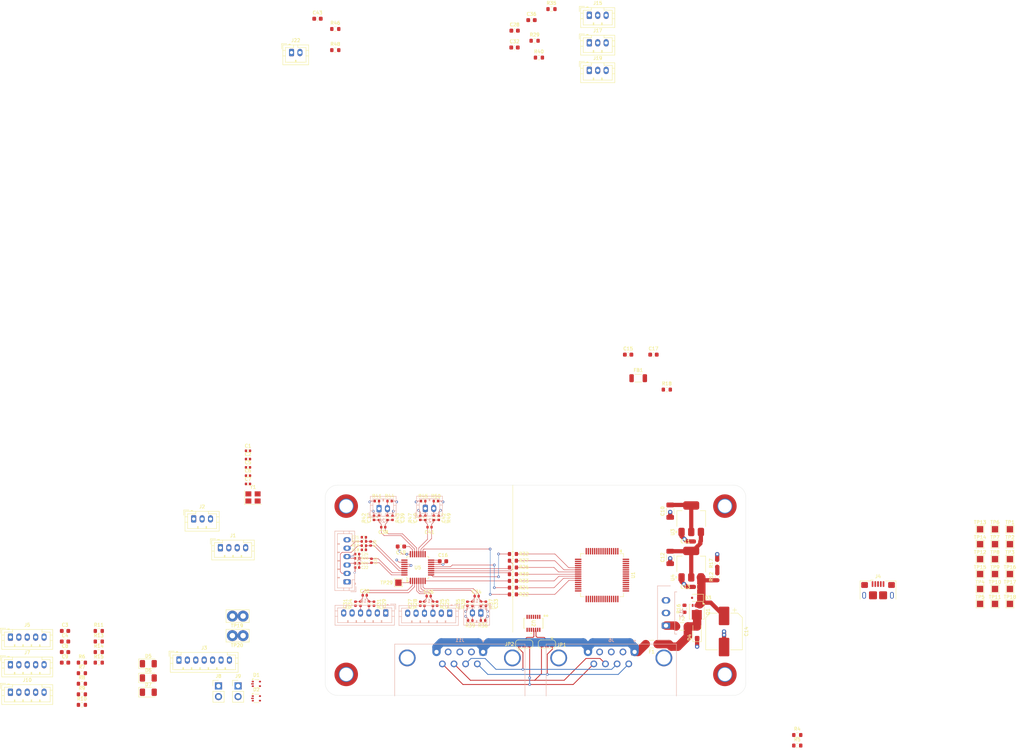
<source format=kicad_pcb>
(kicad_pcb (version 20241229) (generator "pcbnew") (generator_version "9.0")
  (layers (0 "F.Cu" signal) (4 "In1.Cu" signal) (6 "In2.Cu" signal) (2 "B.Cu" signal) (13 "F.Paste" user) (15 "B.Paste" user) (5 "F.SilkS" user "F.Silkscreen") (7 "B.SilkS" user "B.Silkscreen") (1 "F.Mask" user) (3 "B.Mask" user) (25 "Edge.Cuts" user))
  (net 0 "")
  (net 1 "+3V3")
  (net 2 "GND")
  (net 3 "+7V4")
  (net 4 "/CANL1")
  (net 5 "/CANH1")
  (net 6 "/CAN1_AUX")
  (net 7 "/CANL2")
  (net 8 "/CAN2_AUX")
  (net 9 "/LED1")
  (net 10 "/LED2")
  (net 11 "/I2C2_SCL")
  (net 12 "/I2C2_SDA")
  (net 13 "Net-(D6-A)")
  (net 14 "/+7V4_CAN")
  (net 15 "/SWDIO")
  (net 16 "/NRST")
  (net 17 "/SWCLK")
  (net 18 "/E1")
  (net 19 "/E3")
  (net 20 "/E4")
  (net 21 "/E2")
  (net 22 "Net-(D3-A)")
  (net 23 "/UART2_RX")
  (net 24 "/I2C3_SDA")
  (net 25 "/I2C3_SCL")
  (net 26 "/UART2_TX")
  (net 27 "/I2C1_SCL")
  (net 28 "/I2C1_SDA")
  (net 29 "Net-(J9-Pin_2)")
  (net 30 "/A11")
  (net 31 "/USB_D+")
  (net 32 "/USB_D-")
  (net 33 "/CANH2")
  (net 34 "/SPI_MOSI")
  (net 35 "/SPI_MISO")
  (net 36 "/SPI_SCK")
  (net 37 "/CAN1_RX")
  (net 38 "/CAN1_TX")
  (net 39 "/A9")
  (net 40 "/CANH")
  (net 41 "/CANL")
  (net 42 "Net-(U1-PA9{slash}PA11)")
  (net 43 "Net-(U1-PA10{slash}PA12)")
  (net 44 "Net-(U2-STB1)")
  (net 45 "Net-(U2-TXD2)")
  (net 46 "Net-(U2-RXD2)")
  (net 47 "Net-(U2-STB2)")
  (net 48 "/2S+ A10")
  (net 49 "Net-(U1-PF0)")
  (net 50 "Net-(U1-PF1)")
  (net 51 "+5V")
  (net 77 "+5VA")
  (net 78 "Net-(U5-REFP0)")
  (net 79 "Net-(U5-REFOUT)")
  (net 80 "Net-(U5-REFN0)")
  (net 81 "Net-(U5-AIN0)")
  (net 82 "Net-(U5-AIN1)")
  (net 83 "Net-(U5-AIN2)")
  (net 84 "Net-(U5-AIN3)")
  (net 85 "/MIPA_A A1")
  (net 86 "Net-(U5-AIN4)")
  (net 87 "Net-(U5-AIN5)")
  (net 88 "/MIPA_B A2")
  (net 89 "Net-(U5-REFP1_AIN6)")
  (net 90 "Net-(U5-REFN1_AIN7)")
  (net 91 "/MIPA_C A3")
  (net 92 "Net-(U5-GPIO0_AIN8)")
  (net 93 "Net-(U5-GPIO1_AIN9)")
  (net 94 "Net-(U5-GPIO2_AIN10)")
  (net 95 "Net-(U5-GPIO3_AIN11)")
  (net 96 "/CJT A0")
  (net 97 "Net-(D4-A2)")
  (net 98 "Net-(D5-A)")
  (net 99 "Net-(D7-A)")
  (net 100 "Net-(J12-Pin_1)")
  (net 101 "Net-(J8-Pin_2)")
  (net 102 "/Analog Domain/LC_A_SENSE+")
  (net 103 "/Analog Domain/LC_A_SENSE-")
  (net 104 "/Analog Domain/LC_A_SIG-")
  (net 105 "/Analog Domain/LC_A_SIG+")
  (net 106 "/Analog Domain/LC_B_SIG+")
  (net 107 "/Analog Domain/LC_B_SIG-")
  (net 108 "/Analog Domain/LC_B_SENSE+")
  (net 109 "/Analog Domain/LC_B_SENSE-")
  (net 110 "Net-(J15-Pin_2)")
  (net 111 "/Analog Domain/LC_C_SENSE+")
  (net 112 "/Analog Domain/LC_C_SENSE-")
  (net 113 "/Analog Domain/LC_C_SIG-")
  (net 114 "/Analog Domain/LC_C_SIG+")
  (net 115 "Net-(J17-Pin_2)")
  (net 116 "Net-(J18-Pin_2)")
  (net 117 "Net-(J18-Pin_1)")
  (net 118 "Net-(J19-Pin_2)")
  (net 119 "Net-(J20-Pin_2)")
  (net 120 "Net-(J20-Pin_1)")
  (net 121 "Net-(J21-Pin_1)")
  (net 122 "Net-(J21-Pin_2)")
  (net 123 "Net-(J22-Pin_1)")
  (net 124 "/~{ADC_RST}")
  (net 125 "Net-(U5-RESET_N)")
  (net 126 "Net-(U5-DRDY_N)")
  (net 127 "/~{ADC_RDY}")
  (net 128 "Net-(U5-DOUT_DRDY_N)")
  (net 129 "Net-(U5-SCLK)")
  (net 130 "Net-(U5-DIN)")
  (net 131 "Net-(U5-CS_N)")
  (net 132 "/SPI_SD_CS")
  (net 133 "/SYNC")
  (net 134 "Net-(U5-START_SYNC)")
  (net 135 "Net-(U5-AINCOM)")
  (net 143 "Net-(C15-Pad2)")
  (footprint "Capacitor_SMD:C_0402_1005Metric" (layer "F.Cu") (at 71.655 61.85)
    (property "Reference" "C1")
    (property "Value" "100n")
  )
  (footprint "Inductor_SMD:L_1206_3216Metric" (layer "F.Cu") (at 164.4 44.6)
    (property "Reference" "FB1")
    (property "Value" "FerriteBead")
  )
  (footprint "Capacitor_SMD:C_0603_1608Metric" (layer "F.Cu") (at 88.17 -40.84)
    (property "Reference" "C43")
    (property "Value" "100n")
  )
  (footprint "Connector_JST:JST_PH_B3B-PH-K_1x03_P2.00mm_Vertical" (layer "F.Cu") (at 58.745 78.04)
    (property "Reference" "J2")
    (property "Value" "UART JST")
  )
  (footprint "TestPoint:TestPoint_Pad_1.5x1.5mm" (layer "F.Cu") (at 249.2 94.7)
    (property "Reference" "TP10")
    (property "Value" "MISO")
  )
  (footprint "Capacitor_SMD:C_0603_1608Metric" (layer "F.Cu") (at 135 -34)
    (property "Reference" "C32")
    (property "Value" "100n")
  )
  (footprint "Connector_JST:JST_PH_B3B-PH-K_1x03_P2.00mm_Vertical" (layer "F.Cu") (at 152.775 -41.66)
    (property "Reference" "J15")
    (property "Value" "MIPA_A")
  )
  (footprint "Capacitor_SMD:C_0402_1005Metric" (layer "F.Cu") (at 128.2 98.2 -90)
    (property "Reference" "C33")
    (property "Value" "390p")
  )
  (footprint "Capacitor_SMD:C_0402_1005Metric" (layer "F.Cu") (at 101.6 77.8 90)
    (property "Reference" "C37")
    (property "Value" "390p")
  )
  (footprint "MountingHole:MountingHole_3.2mm_M3_DIN965_Pad_TopOnly" (layer "F.Cu") (at 185 115)
    (property "Reference" "H4" (hide yes))
    (property "Value" "~")
  )
  (footprint "Capacitor_SMD:C_0402_1005Metric" (layer "F.Cu") (at 123.8 98.2 90)
    (property "Reference" "C35")
    (property "Value" "390p")
  )
  (footprint "Resistor_SMD:R_0402_1005Metric" (layer "F.Cu") (at 125 98.2 -90)
    (property "Reference" "R38")
    (property "Value" "2K")
  )
  (footprint "Resistor_SMD:R_0402_1005Metric" (layer "F.Cu") (at 124.49 102.2 180)
    (property "Reference" "R39")
    (property "Value" "1M")
  )
  (footprint "Capacitor_SMD:C_0402_1005Metric" (layer "F.Cu") (at 97.2 98.2 90)
    (property "Reference" "C31")
    (property "Value" "390p")
  )
  (footprint "Resistor_SMD:R_0402_1005Metric" (layer "F.Cu") (at 102.29 73.8)
    (property "Reference" "R41")
    (property "Value" "1M")
  )
  (footprint "Connector_PinHeader_2.54mm:PinHeader_1x02_P2.54mm_Vertical" (layer "F.Cu") (at 64.645 117.74)
    (property "Reference" "J8")
    (property "Value" "CAN1_T")
  )
  (footprint "Resistor_SMD:R_0603_1608Metric" (layer "F.Cu") (at 143.785 -43.13)
    (property "Reference" "R35")
    (property "Value" "2K")
  )
  (footprint "Capacitor_SMD:C_0603_1608Metric" (layer "F.Cu") (at 135.025 -38)
    (property "Reference" "C28")
    (property "Value" "100n")
  )
  (footprint "Capacitor_SMD:C_0402_1005Metric" (layer "F.Cu") (at 116.6 98.2 -90)
    (property "Reference" "C25")
    (property "Value" "390p")
  )
  (footprint "Resistor_SMD:R_0603_1608Metric" (layer "F.Cu") (at 36.185 107.18)
    (property "Reference" "R13")
    (property "Value" "549R")
  )
  (footprint "Capacitor_SMD:C_0402_1005Metric" (layer "F.Cu") (at 99.4 96.2 180)
    (property "Reference" "C30")
    (property "Value" "3n9")
  )
  (footprint "Capacitor_SMD:C_0402_1005Metric" (layer "F.Cu") (at 71.655 67.76)
    (property "Reference" "C6")
    (property "Value" "?")
  )
  (footprint "Resistor_SMD:R_0603_1608Metric" (layer "F.Cu") (at 183.2 91.8 90)
    (property "Reference" "R12")
    (property "Value" "14K3")
  )
  (footprint "TestPoint:TestPoint_Pad_1.5x1.5mm" (layer "F.Cu") (at 252.75 91.15)
    (property "Reference" "TP16")
    (property "Value" "7.4V")
  )
  (footprint "Resistor_SMD:R_0603_1608Metric" (layer "F.Cu") (at 139.775 -35.6)
    (property "Reference" "R29")
    (property "Value" "2K")
  )
  (footprint "Capacitor_SMD:C_0603_1608Metric" (layer "F.Cu") (at 162 39)
    (property "Reference" "C15")
    (property "Value" "10u")
  )
  (footprint "Resistor_SMD:R_0603_1608Metric" (layer "F.Cu") (at 140.8 -31.6)
    (property "Reference" "R40")
    (property "Value" "2K")
  )
  (footprint "TestPoint:TestPoint_Pad_1.5x1.5mm" (layer "F.Cu") (at 252.75 84.05)
    (property "Reference" "TP2")
    (property "Value" "ADC_RDY")
  )
  (footprint "TestPoint:TestPoint_Pad_1.5x1.5mm" (layer "F.Cu") (at 252.75 98.25)
    (property "Reference" "TP18")
    (property "Value" "3.3V")
  )
  (footprint "Jumper:SolderJumper-3_P1.3mm_Bridged12_RoundedPad1.0x1.5mm" (layer "F.Cu") (at 137.3 107.8)
    (property "Reference" "JP2")
    (property "Value" "CL SEL")
  )
  (footprint "Resistor_SMD:R_0402_1005Metric" (layer "F.Cu") (at 99.2 84.4 180)
    (property "Reference" "R19")
    (property "Value" "2K")
  )
  (footprint "Resistor_SMD:R_0603_1608Metric" (layer "F.Cu") (at 134.629319 86.380518 180)
    (property "Reference" "R32")
    (property "Value" "47R")
  )
  (footprint "Resistor_SMD:R_0603_1608Metric" (layer "F.Cu") (at 183.175 88.6 90)
    (property "Reference" "R17")
    (property "Value" "9K53")
  )
  (footprint "Resistor_SMD:R_0402_1005Metric" (layer "F.Cu") (at 98.4 98.2 -90)
    (property "Reference" "R34")
    (property "Value" "2K")
  )
  (footprint "Capacitor_SMD:C_0402_1005Metric" (layer "F.Cu") (at 71.655 63.82)
    (property "Reference" "C2")
    (property "Value" "100n")
  )
  (footprint "Resistor_SMD:R_0603_1608Metric" (layer "F.Cu") (at 134.629319 89.580518 180)
    (property "Reference" "R26")
    (property "Value" "47R")
  )
  (footprint "Resistor_SMD:R_0402_1005Metric" (layer "F.Cu") (at 97.6 88.6 180)
    (property "Reference" "R21")
    (property "Value" "2K")
  )
  (footprint "TestPoint:TestPoint_Bridge_Pitch2.54mm_Drill1.3mm" (layer "F.Cu") (at 67.945 101.14)
    (property "Reference" "TP19")
    (property "Value" "GND")
  )
  (footprint "Connector_PinHeader_2.54mm:PinHeader_1x02_P2.54mm_Vertical" (layer "F.Cu") (at 69.295 117.74)
    (property "Reference" "J9")
    (property "Value" "CAN2_T")
  )
  (footprint "Diode_SMD:D_SOD-323F" (layer "F.Cu") (at 178.3 96.8 180)
    (property "Reference" "D3")
    (property "Value" "18V")
  )
  (footprint "TestPoint:TestPoint_Pad_1.5x1.5mm" (layer "F.Cu") (at 249.2 87.6)
    (property "Reference" "TP8")
    (property "Value" "CS")
  )
  (footprint "Capacitor_SMD:C_0402_1005Metric" (layer "F.Cu") (at 99.2 85.4 180)
    (property "Reference" "C18")
    (property "Value" "390p")
  )
  (footprint "Capacitor_SMD:C_0402_1005Metric" (layer "F.Cu") (at 100.8 83.9 90)
    (property "Reference" "C20")
    (property "Value" "3n9")
  )
  (footprint "Capacitor_SMD:C_0402_1005Metric" (layer "F.Cu") (at 117 77.8 -90)
    (property "Reference" "C42")
    (property "Value" "390p")
  )
  (footprint "Resistor_SMD:R_0402_1005Metric" (layer "F.Cu") (at 97.6 87.4 180)
    (property "Reference" "R23")
    (property "Value" "2K")
  )
  (footprint "Capacitor_SMD:C_0603_1608Metric" (layer "F.Cu") (at 28.165 107.18)
    (property "Reference" "C4")
    (property "Value" "4u7")
  )
  (footprint "Resistor_SMD:R_0603_1608Metric" (layer "F.Cu") (at 134.629319 95.980518 180)
    (property "Reference" "R22")
    (property "Value" "47R")
  )
  (footprint "Resistor_SMD:R_0603_1608Metric" (layer "F.Cu") (at 134.629319 92.780518 180)
    (property "Reference" "R33")
    (property "Value" "47R")
  )
  (footprint "TestPoint:TestPoint_Pad_1.5x1.5mm" (layer "F.Cu") (at 252.75 80.5)
    (property "Reference" "TP1")
    (property "Value" "SYNC")
  )
  (footprint "Resistor_SMD:R_0402_1005Metric" (layer "F.Cu") (at 102.8 77.8 90)
    (property "Reference" "R42")
    (property "Value" "2K")
  )
  (footprint "TestPoint:TestPoint_Pad_1.5x1.5mm" (layer "F.Cu") (at 252.75 94.7)
    (property "Reference" "TP17")
    (property "Value" "5V")
  )
  (footprint "Resistor_SMD:R_0603_1608Metric" (layer "F.Cu") (at 202.2 131.91)
    (property "Reference" "R5")
    (property "Value" "27R")
  )
  (footprint "TestPoint:TestPoint_Pad_1.5x1.5mm" (layer "F.Cu") (at 245.65 91.15)
    (property "Reference" "TP15")
    (property "Value" "A11")
  )
  (footprint "TestPoint:TestPoint_Pad_1.5x1.5mm" (layer "F.Cu") (at 245.65 98.25)
    (property "Reference" "TP5")
    (property "Value" "MIP1")
  )
  (footprint "Resistor_SMD:R_0603_1608Metric" (layer "F.Cu") (at 32.175 122.24)
    (property "Reference" "R10")
    (property "Value" "100K")
  )
  (footprint "Resistor_SMD:R_0402_1005Metric" (layer "F.Cu") (at 127 98.2 -90)
    (property "Reference" "R37")
    (property "Value" "2K")
  )
  (footprint "Connector_JST:JST_PH_B5B-PH-K_1x05_P2.00mm_Vertical" (layer "F.Cu") (at 15.185 112.69)
    (property "Reference" "J7")
    (property "Value" "I2CB JST")
  )
  (footprint "TestPoint:TestPoint_Pad_1.5x1.5mm" (layer "F.Cu") (at 245.65 94.7)
    (property "Reference" "TP4")
    (property "Value" "CJT")
  )
  (footprint "Capacitor_SMD:C_0603_1608Metric" (layer "F.Cu") (at 28.165 104.67)
    (property "Reference" "C3")
    (property "Value" "4u7")
  )
  (footprint "Package_TO_SOT_SMD:SOT-665" (layer "F.Cu") (at 73.645 117.245)
    (property "Reference" "D1")
    (property "Value" "PESD3V3L4UW")
  )
  (footprint "Connector_JST:JST_PH_B7B-PH-K_1x07_P2.00mm_Vertical" (layer "F.Cu") (at 55.245 111.59)
    (property "Reference" "J3")
    (property "Value" "Extras JST")
  )
  (footprint "Capacitor_SMD:C_0402_1005Metric" (layer "F.Cu") (at 106 77.8 -90)
    (property "Reference" "C39")
    (property "Value" "390p")
  )
  (footprint "TestPoint:TestPoint_Pad_1.5x1.5mm" (layer "F.Cu") (at 249.2 98.25)
    (property "Reference" "TP11")
    (property "Value" "MOSI")
  )
  (footprint "Capacitor_SMD:C_0402_1005Metric" (layer "F.Cu") (at 71.655 69.73)
    (property "Reference" "C7")
    (property "Value" "?")
  )
  (footprint "Capacitor_SMD:C_0603_1608Metric" (layer "F.Cu") (at 28.165 112.2)
    (property "Reference" "C9")
    (property "Value" "100n")
  )
  (footprint "Capacitor_SMD:C_0603_1608Metric" (layer "F.Cu") (at 178.4 94.2 180)
    (property "Reference" "C13")
    (property "Value" "10u")
  )
  (footprint "TestPoint:TestPoint_Pad_1.5x1.5mm" (layer "F.Cu") (at 107.4 93.2)
    (property "Reference" "TP29")
    (property "Value" "AINCOM")
  )
  (footprint "Resistor_SMD:R_0603_1608Metric" (layer "F.Cu") (at 36.185 104.67)
    (property "Reference" "R11")
    (property "Value" "100K")
  )
  (footprint "MountingHole:MountingHole_3.2mm_M3_DIN965_Pad_TopOnly" (layer "F.Cu") (at 95 115)
    (property "Reference" "H3" (hide yes))
    (property "Value" "~")
  )
  (footprint "Capacitor_SMD:C_0402_1005Metric" (layer "F.Cu") (at 71.655 65.79)
    (property "Reference" "C5")
    (property "Value" "100n")
  )
  (footprint "Resistor_SMD:R_0402_1005Metric" (layer "F.Cu") (at 127.51 102.2 180)
    (property "Reference" "R36")
    (property "Value" "1M")
  )
  (footprint "Jumper:SolderJumper-3_P1.3mm_Bridged12_RoundedPad1.0x1.5mm" (layer "F.Cu") (at 142.7 107.8 180)
    (property "Reference" "JP1")
    (property "Value" "CH SEL")
  )
  (footprint "Capacitor_SMD:C_0603_1608Metric" (layer "F.Cu") (at 178.4 83.4 180)
    (property "Reference" "C11")
    (property "Value" "10u")
  )
  (footprint "Resistor_SMD:R_0402_1005Metric" (layer "F.Cu") (at 105.31 73.8)
    (property "Reference" "R44")
    (property "Value" "1M")
  )
  (footprint "Custom:SOT23_DYY_TEX" (layer "F.Cu") (at 139.499622 102.859749 -90)
    (property "Reference" "U2")
    (property "Value" "TCAN1046")
  )
  (footprint "Capacitor_SMD:C_0402_1005Metric" (layer "F.Cu") (at 97.6 86.4)
    (property "Reference" "C24")
    (property "Value" "390p")
  )
  (footprint "Capacitor_SMD:C_1206_3216Metric" (layer "F.Cu") (at 172 87.2 -90)
    (property "Reference" "C12")
    (property "Value" "22u")
  )
  (footprint "Capacitor_SMD:C_0402_1005Metric" (layer "F.Cu") (at 126 96.4 180)
    (property "Reference" "C34")
    (property "Value" "3n9")
  )
  (footprint "TestPoint:TestPoint_Pad_1.5x1.5mm" (layer "F.Cu") (at 245.65 84.05)
    (property "Reference" "TP14")
    (property "Value" "CANTX1")
  )
  (footprint "Capacitor_SMD:C_0402_1005Metric" (layer "F.Cu") (at 97.6 89.6 180)
    (property "Reference" "C22")
    (property "Value" "390p")
  )
  (footprint "Capacitor_SMD:C_0402_1005Metric" (layer "F.Cu") (at 99.2 82.4)
    (property "Reference" "C21")
    (property "Value" "390p")
  )
  (footprint "Package_TO_SOT_SMD:SOT-223-3_TabPin2" (layer "F.Cu") (at 177 78 90)
    (property "Reference" "U3")
    (property "Value" "AZ1117C-3.3")
  )
  (footprint "Resistor_SMD:R_0603_1608Metric" (layer "F.Cu") (at 32.175 119.73)
    (property "Reference" "R9")
    (property "Value" "100K")
  )
  (footprint "Resistor_SMD:R_0402_1005Metric" (layer "F.Cu") (at 100.4 98.2 -90)
    (property "Reference" "R31")
    (property "Value" "2K")
  )
  (footprint "Resistor_SMD:R_0402_1005Metric" (layer "F.Cu") (at 104.8 77.8 90)
    (property "Reference" "R43")
    (property "Value" "2K")
  )
  (footprint "TestPoint:TestPoint_Pad_1.5x1.5mm" (layer "F.Cu") (at 249.2 80.5)
    (property "Reference" "TP6")
    (property "Value" "MIP2")
  )
  (footprint "Resistor_SMD:R_0603_1608Metric" (layer "F.Cu") (at 134.629319 91.180518 180)
    (property "Reference" "R30")
    (property "Value" "47R")
  )
  (footprint "TestPoint:TestPoint_Pad_1.5x1.5mm" (layer "F.Cu") (at 245.65 87.6)
    (property "Reference" "TP12")
    (property "Value" "A9")
  )
  (footprint "Package_QFP:LQFP-32_5x5mm_P0.5mm" (layer "F.Cu") (at 112 89.6 90)
    (property "Reference" "U5")
    (property "Value" "ADS124S08IRHBR")
  )
  (footprint "Resistor_SMD:R_0603_1608Metric" (layer "F.Cu") (at 32.175 117.22)
    (property "Reference" "R8")
    (property "Value" "120R")
  )
  (footprint "Capacitor_SMD:C_0402_1005Metric" (layer "F.Cu") (at 114.8 80)
    (property "Reference" "C41")
    (property "Value" "3n9")
  )
  (footprint "Resistor_SMD:R_0603_1608Metric" (layer "F.Cu") (at 134.629319 87.980518 180)
    (property "Reference" "R27")
    (property "Value" "47R")
  )
  (footprint "Resistor_SMD:R_0603_1608Metric" (layer "F.Cu") (at 32.175 114.71)
    (property "Reference" "R7")
    (property "Value" "100K")
  )
  (footprint "Capacitor_SMD:C_1206_3216Metric" (layer "F.Cu") (at 172 76.2 -90)
    (property "Reference" "C10")
    (property "Value" "22u")
  )
  (footprint "Connector_JST:JST_PH_B5B-PH-K_1x05_P2.00mm_Vertical" (layer "F.Cu") (at 15.185 119.24)
    (property "Reference" "J10")
    (property "Value" "I2CC JST")
  )
  (footprint "Resistor_SMD:R_0603_1608Metric" (layer "F.Cu") (at 171.195 47.31)
    (property "Reference" "R18")
    (property "Value" "2R")
  )
  (footprint "Resistor_SMD:R_0402_1005Metric" (layer "F.Cu") (at 113.6 98.2 -90)
    (property "Reference" "R28")
    (property "Value" "2K")
  )
  (footprint "TestPoint:TestPoint_Bridge_Pitch2.54mm_Drill1.3mm" (layer "F.Cu") (at 67.945 105.79)
    (property "Reference" "TP20")
    (property "Value" "GND")
  )
  (footprint "Connector_JST:JST_PH_B3B-PH-K_1x03_P2.00mm_Vertical" (layer "F.Cu") (at 152.775 -35.11)
    (property "Reference" "J17")
    (property "Value" "MIPA_B")
  )
  (footprint "LED_SMD:LED_1206_3216Metric" (layer "F.Cu") (at 47.965 115.85)
    (property "Reference" "D6")
    (property "Value" "LED_G")
  )
  (footprint "Resistor_SMD:R_0603_1608Metric" (layer "F.Cu") (at 175.4 99.4 -90)
    (property "Reference" "R16")
    (property "Value" "100K")
  )
  (footprint "Resistor_SMD:R_0402_1005Metric" (layer "F.Cu") (at 115.6 98.2 -90)
    (property "Reference" "R25")
    (property "Value" "2K")
  )
  (footprint "Resistor_SMD:R_0603_1608Metric" (layer "F.Cu") (at 92.4 -38.4)
    (property "Reference" "R46")
    (property "Value" "20K")
  )
  (footprint "Connector_JST:JST_PH_B4B-PH-K_1x04_P2.00mm_Vertical" (layer "F.Cu") (at 65.095 84.89)
    (property "Reference" "J1")
    (property "Value" "SWD JST PH")
  )
  (footprint "Capacitor_SMD:C_0402_1005Metric" (layer "F.Cu") (at 114.6 96.4 180)
    (property "Reference" "C26")
    (property "Value" "3n9")
  )
  (footprint "Resistor_SMD:R_0402_1005Metric" (layer "F.Cu") (at 113.8 77.8 90)
    (property "Reference" "R47")
    (property "Value" "2K")
  )
  (footprint "Capacitor_SMD:CP_Elec_8x10.5" (layer "F.Cu") (at 184.8 104.8 -90)
    (property "Reference" "C14")
    (property "Value" "100u")
  )
  (footprint "Package_TO_SOT_SMD:SOT-665" (layer "F.Cu") (at 73.645 120.7)
    (property "Reference" "D2")
    (property "Value" "PESD3V3L4UW")
  )
  (footprint "Fuse:Fuse_1206_3216Metric" (layer "F.Cu") (at 167.6 107.8 180)
    (property "Reference" "F1")
    (property "Value" "2A")
  )
  (footprint "LED_SMD:LED_1206_3216Metric" (layer "F.Cu") (at 47.965 119.24)
    (property "Reference" "D7")
    (property "Value" "LED_B")
  )
  (footprint "Resistor_SMD:R_0603_1608Metric" (layer "F.Cu") (at 36.185 109.69)
    (property "Reference" "R14")
    (property "Value" "220R")
  )
  (footprint "Resistor_SMD:R_0402_1005Metric" (layer "F.Cu") (at 113.29 73.8)
    (property "Reference" "R45")
    (property "Value" "1M")
  )
  (footprint "Resistor_SMD:R_0603_1608Metric" (layer "F.Cu") (at 134.629319 94.380518 180)
    (property "Reference" "R24")
    (property "Value" "47R")
  )
  (footprint "Capacitor_SMD:C_0402_1005Metric" (layer "F.Cu") (at 112.6 98.2 90)
    (property "Reference" "C27")
    (property "Value" "390p")
  )
  (footprint "Package_QFP:LQFP-64_10x10mm_P0.5mm" (layer "F.Cu") (at 155.8 91.4 -90)
    (property "Reference" "U1")
    (property "Value" "STM32G0B1RCTx")
  )
  (footprint "TestPoint:TestPoint_Pad_1.5x1.5mm" (layer "F.Cu") (at 249.2 84.05)
    (property "Reference" "TP7")
    (property "Value" "MIP3")
  )
  (footprint "Resistor_SMD:R_0402_1005Metric" (layer "F.Cu") (at 115.8 77.8 90)
    (property "Reference" "R49")
    (property "Value" "2K")
  )
  (footprint "Connector_JST:JST_PH_B5B-PH-K_1x05_P2.00mm_Vertical" (layer "F.Cu") (at 15.185 106.14)
    (property "Reference" "J5")
    (property "Value" "I2CA JST")
  )
  (footprint "Resistor_SMD:R_0603_1608Metric" (layer "F.Cu") (at 92.4 -33.38)
    (property "Reference" "R48")
    (property "Value" "2K")
  )
  (footprint "TestPoint:TestPoint_Pad_1.5x1.5mm" (layer "F.Cu") (at 245.65 80.5)
    (property "Reference" "TP13")
    (property "Value" "CANRX1")
  )
  (footprint "MountingHole:MountingHole_3.2mm_M3_DIN965_Pad_TopOnly" (layer "F.Cu") (at 95 75)
    (property "Reference" "H1" (hide yes))
    (property "Value" "~")
  )
  (footprint "Connector_JST:JST_PH_B2B-PH-K_1x02_P2.00mm_Vertical" (layer "F.Cu") (at 82 -32.8)
    (property "Reference" "J22")
    (property "Value" "Cold Juntion Thermistor")
  )
  (footprint "Capacitor_SMD:C_0402_1005Metric" (layer "F.Cu") (at 101.6 98.2 -90)
    (property "Reference" "C29")
    (property "Value" "390p")
  )
  (footprint "Package_TO_SOT_SMD:SOT-223-3_TabPin2" (layer "F.Cu") (at 177 88.8 90)
    (property "Reference" "U4")
    (property "Value" "AZ1117C-5.0")
  )
  (footprint "Resistor_SMD:R_0402_1005Metric" (layer "F.Cu") (at 99.2 83.4 180)
    (property "Reference" "R20")
    (property "Value" "2K")
  )
  (footprint "Resistor_SMD:R_0603_1608Metric" (layer "F.Cu") (at 36.185 112.2)
    (property "Reference" "R15")
    (property "Value" "220R")
  )
  (footprint "Connector_JST:JST_PH_B3B-PH-K_1x03_P2.00mm_Vertical" (layer "F.Cu") (at 152.775 -28.56)
    (property "Reference" "J19")
    (property "Value" "MIPA_C")
  )
  (footprint "Capacitor_SMD:C_0603_1608Metric" (layer "F.Cu") (at 139.035 -40.51)
    (property "Reference" "C36")
    (property "Value" "100n")
  )
  (footprint "Capacitor_SMD:C_0402_1005Metric" (layer "F.Cu") (at 101 88 90)
    (property "Reference" "C23")
    (property "Value" "3n9")
  )
  (footprint "Capacitor_SMD:C_0603_1608Metric" (layer "F.Cu") (at 108 84.6 180)
    (property "Reference" "C19")
    (property "Value" "1u")
  )
  (footprint "Package_SON:Diodes_PowerDI3333-8" (layer "F.Cu") (at 178.325 100.1 -90)
    (property "Reference" "Q1")
    (property "Value" "DMP6023LFG")
  )
  (footprint "Fuse:Fuse_1206_3216Metric" (layer "F.Cu") (at 174.8 103.6)
    (property "Reference" "F2")
    (property "Value" "2A")
  )
  (footprint "Capacitor_SMD:C_0603_1608Metric" (layer "F.Cu") (at 28.165 109.69)
    (property "Reference" "C8")
    (property "Value" "100n")
  )
  (footprint "Crystal:Crystal_SMD_Abracon_ABM8G-4Pin_3.2x2.5mm" (layer "F.Cu") (at 72.845 72.94)
    (property "Reference" "Y1")
    (property "Value" "8MHz")
  )
  (footprint "Diode_SMD:D_SOD-123F" (layer "F.Cu") (at 178.4 105 90)
    (property "Reference" "D4")
    (property "Value" "9V 15.4VC")
  )
  (footprint "Capacitor_SMD:C_0402_1005Metric" (layer "F.Cu") (at 103.8 80)
    (property "Reference" "C38")
    (property "Value" "3n9")
  )
  (footprint "Resistor_SMD:R_0603_1608Metric" (layer "F.Cu") (at 32.175 112.2)
    (property "Reference" "R6")
    (property "Value" "120R")
  )
  (footprint "MountingHole:MountingHole_3.2mm_M3_DIN965_Pad_TopOnly" (layer "F.Cu") (at 185 75)
    (property "Reference" "H2" (hide yes))
    (property "Value" "~")
  )
  (footprint "Resistor_SMD:R_0603_1608Metric" (layer "F.Cu") (at 202.2 129.4)
    (property "Reference" "R4")
    (property "Value" "27R")
  )
  (footprint "Resistor_SMD:R_0402_1005Metric" (layer "F.Cu") (at 116.31 73.8)
    (property "Reference" "R50")
    (property "Value" "1M")
  )
  (footprint "Capacitor_SMD:C_0603_1608Metric" (layer "F.Cu") (at 118 88.1)
    (property "Reference" "C16")
    (property "Value" "100n")
  )
  (footprint "Connector_USB:USB_Micro-B_Amphenol_10118193-0001LF_Horizontal" (layer "F.Cu") (at 221.4 96.2)
    (property "Reference" "J4")
    (property "Value" "USB_B_Micro")
  )
  (footprint "LED_SMD:LED_1206_3216Metric" (layer "F.Cu") (at 47.965 112.46)
    (property "Reference" "D5")
    (property "Value" "LED_R")
  )
  (footprint "Capacitor_SMD:C_0603_1608Metric" (layer "F.Cu") (at 168.025 39)
    (property "Reference" "C17")
    (property "Value" "330n")
  )
  (footprint "TestPoint:TestPoint_Pad_1.5x1.5mm" (layer "F.Cu") (at 252.75 87.6)
    (property "Reference" "TP3")
    (property "Value" "ADC_RST")
  )
  (footprint "TestPoint:TestPoint_Pad_1.5x1.5mm" (layer "F.Cu") (at 249.2 91.15)
    (property "Reference" "TP9")
    (property "Value" "SCK")
  )
  (footprint "Capacitor_SMD:C_0402_1005Metric" (layer "F.Cu") (at 112.6 77.8 90)
    (property "Reference" "C40")
    (property "Value" "390p")
  )
  (footprint "Connector_JST:JST_PH_B6B-PH-K_1x06_P2.00mm_Vertical" (layer "B.Cu") (at 119.6 100.45 180)
    (property "Reference" "J14")
    (property "Value" "Load Cell B")
  )
  (footprint "Connector_JST:JST_PH_B2B-PH-K_1x02_P2.00mm_Vertical" (layer "B.Cu") (at 102.8 75.6)
    (property "Reference" "J20")
    (property "Value" "Thermocouple B")
  )
  (footprint "Connector_Molex:Molex_Micro-Fit_3.0_43650-0315_1x03_P3.00mm_Vertical" (layer "B.Cu") (at 171 103.4 90)
    (property "Reference" "J12")
    (property "Value" "Backup Power")
  )
  (footprint "Connector_Dsub:DSUB-9_Pins_Horizontal_P2.77x2.84mm_EdgePinOffset7.70mm_Housed_MountingHolesOffset9.12mm" (layer "B.Cu") (at 127.54 109.66 180)
    (property "Reference" "J11")
    (property "Value" "DB9 Microfit")
  )
  (footprint "Connector_JST:JST_PH_B6B-PH-K_1x06_P2.00mm_Vertical" (layer "B.Cu") (at 95.2 93 90)
    (property "Reference" "J13")
    (property "Value" "Load Cell A")
  )
  (footprint "Connector_JST:JST_PH_B2B-PH-K_1x02_P2.00mm_Vertical" (layer "B.Cu") (at 127 100.4 180)
    (property "Reference" "J18")
    (property "Value" "Thermocouple A")
  )
  (footprint "Connector_Dsub:DSUB-9_Pins_Horizontal_P2.77x2.84mm_EdgePinOffset7.70mm_Housed_MountingHolesOffset9.12mm" (layer "B.Cu") (at 163.54 109.66 180)
    (property "Reference" "J6")
    (property "Value" "DB9 Microfit")
  )
  (footprint "Connector_JST:JST_PH_B2B-PH-K_1x02_P2.00mm_Vertical" (layer "B.Cu") (at 113.8 75.55)
    (property "Reference" "J21")
    (property "Value" "Thermocouple C")
  )
  (footprint "Connector_JST:JST_PH_B6B-PH-K_1x06_P2.00mm_Vertical" (layer "B.Cu") (at 104.4 100.4 180)
    (property "Reference" "J16")
    (property "Value" "Load Cell C")
  )
  (gr_line (start 117.9 99.4) (end 118.9 99.4) (stroke (width 0.1)) (layer "F.SilkS"))
  (gr_line (start 121.7 99.4) (end 122.7 99.4) (stroke (width 0.1)) (layer "F.SilkS"))
  (gr_line (start 134.6 70) (end 134.6 105) (stroke (width 0.1)) (layer "F.SilkS"))
  (gr_line (start 107.3 79) (end 108.3 79) (stroke (width 0.1)) (layer "F.SilkS"))
  (gr_line (start 99.3 79) (end 100.3 79) (stroke (width 0.1)) (layer "F.SilkS"))
  (gr_line (start 118.3 79) (end 119.3 79) (stroke (width 0.1)) (layer "F.SilkS"))
  (gr_line (start 129.5 99.4) (end 130.5 99.4) (stroke (width 0.1)) (layer "F.SilkS"))
  (gr_line (start 110.3 79) (end 111.3 79) (stroke (width 0.1)) (layer "F.SilkS"))
  (gr_line (start 102.8 99.4) (end 103.8 99.4) (stroke (width 0.1)) (layer "F.SilkS"))
  (gr_line (start 110.2 99.4) (end 111.2 99.4) (stroke (width 0.1)) (layer "F.SilkS"))
  (gr_line (start 94.9 99.4) (end 95.9 99.4) (stroke (width 0.1)) (layer "F.SilkS"))
  (gr_line (start 90 117) (end 90 73) (stroke (width 0.05)) (layer "Edge.Cuts"))
  (gr_arc (start 187 70) (mid 189.12132 70.87868) (end 190 73) (stroke (width 0.05)) (layer "Edge.Cuts"))
  (gr_arc (start 93 120) (mid 90.87868 119.12132) (end 90 117) (stroke (width 0.05)) (layer "Edge.Cuts"))
  (gr_arc (start 90 73) (mid 90.87868 70.87868) (end 93 70) (stroke (width 0.05)) (layer "Edge.Cuts"))
  (gr_line (start 190 73) (end 190 117) (stroke (width 0.05)) (layer "Edge.Cuts"))
  (gr_line (start 187 120) (end 93 120) (stroke (width 0.05)) (layer "Edge.Cuts"))
  (gr_arc (start 190 117) (mid 189.12132 119.12132) (end 187 120) (stroke (width 0.05)) (layer "Edge.Cuts"))
  (gr_line (start 93 70) (end 187 70) (stroke (width 0.05)) (layer "Edge.Cuts"))
  (segment (start 176.875 74.725) (end 177 74.85) (width 1) (layer "F.Cu") (net 1))
  (segment (start 115.175 87.85) (end 116.975 87.85) (width 0.1) (layer "F.Cu") (net 1))
  (segment (start 116.975 87.85) (end 117.225 88.1) (width 0.1) (layer "F.Cu") (net 1))
  (segment (start 177 81.15) (end 177 74.85) (width 1) (layer "F.Cu") (net 1))
  (segment (start 116.975 88.35) (end 117.225 88.1) (width 0.1) (layer "F.Cu") (net 1))
  (segment (start 172 74.725) (end 176.875 74.725) (width 1) (layer "F.Cu") (net 1))
  (segment (start 115.175 88.35) (end 116.975 88.35) (width 0.1) (layer "F.Cu") (net 1))
  (segment (start 184.8 108.5) (end 184.8 105.6) (width 1) (layer "F.Cu") (net 2))
  (segment (start 117 76.4) (end 117.4 76) (width 0.1) (layer "F.Cu") (net 2))
  (segment (start 123.8 98.68) (end 123.8 99.6) (width 0.1) (layer "F.Cu") (net 2))
  (segment (start 109.4 86.425) (end 110.25 86.425) (width 0.1) (layer "F.Cu") (net 2))
  (segment (start 178.4 106.4) (end 178.4 108.4) (width 1) (layer "F.Cu") (net 2))
  (segment (start 108.425 86.425) (end 109.4 86.425) (width 0.1) (layer "F.Cu") (net 2))
  (segment (start 117.8 73.8) (end 118 74) (width 0.1) (layer "F.Cu") (net 2))
  (segment (start 175.95 94.2) (end 177.625 94.2) (width 1) (layer "F.Cu") (net 2))
  (segment (start 175.275 93.525) (end 175.95 94.2) (width 1) (layer "F.Cu") (net 2))
  (segment (start 112.6 76.4) (end 112.2 76) (width 0.1) (layer "F.Cu") (net 2))
  (segment (start 110.15 89.35) (end 110.4 89.1) (width 0.1) (layer "F.Cu") (net 2))
  (segment (start 117 77.32) (end 117 76.4) (width 0.1) (layer "F.Cu") (net 2))
  (segment (start 172 77.675) (end 172 76.4) (width 1) (layer "F.Cu") (net 2))
  (segment (start 110.4 89.1) (end 110.15 88.85) (width 0.1) (layer "F.Cu") (net 2))
  (segment (start 174.7 92.95) (end 175.275 93.525) (width 1) (layer "F.Cu") (net 2))
  (segment (start 128.2 98.68) (end 128.2 99.6) (width 0.1) (layer "F.Cu") (net 2))
  (segment (start 183.175 87.775) (end 183.175 86.425) (width 1) (layer "F.Cu") (net 2))
  (segment (start 184.8 105.6) (end 184.8 104.8) (width 1) (layer "F.Cu") (net 2))
  (segment (start 97.12 89.6) (end 97.12 90.68) (width 0.1) (layer "F.Cu") (net 2))
  (segment (start 107.225 85.225) (end 107.7 85.7) (width 0.1) (layer "F.Cu") (net 2))
  (segment (start 96.503498 86.882745) (end 96.986243 86.4) (width 0.1) (layer "F.Cu") (net 2))
  (segment (start 177.625 83.4) (end 175.95 83.4) (width 1) (layer "F.Cu") (net 2))
  (segment (start 118 88.85) (end 118.025 88.85) (width 0.1) (layer "F.Cu") (net 2))
  (segment (start 108.825 89.35) (end 110.15 89.35) (width 0.1) (layer "F.Cu") (net 2))
  (segment (start 115.175 88.85) (end 118 88.85) (width 0.1) (layer "F.Cu") (net 2))
  (segment (start 101.6 76.4) (end 101.4 76.2) (width 0.1) (layer "F.Cu") (net 2))
  (segment (start 110.15 88.85) (end 108.825 88.85) (width 0.1) (layer "F.Cu") (net 2))
  (segment (start 172 88.675) (end 172 87.4) (width 1) (layer "F.Cu") (net 2))
  (segment (start 106 76.4) (end 106.2 76.2) (width 0.1) (layer "F.Cu") (net 2))
  (segment (start 116.82 73.8) (end 117.8 73.8) (width 0.1) (layer "F.Cu") (net 2))
  (segment (start 106 77.32) (end 106 76.4) (width 0.1) (layer "F.Cu") (net 2))
  (segment (start 97.12 90.68) (end 97 90.8) (width 0.1) (layer "F.Cu") (net 2))
  (segment (start 106.8 73.8) (end 107 74) (width 0.1) (layer "F.Cu") (net 2))
  (segment (start 175.95 83.4) (end 175.375 82.825) (width 1) (layer "F.Cu") (net 2))
  (segment (start 118.025 88.85) (end 118.775 88.1) (width 0.1) (layer "F.Cu") (net 2))
  (segment (start 107.7 85.7) (end 108.425 86.425) (width 0.1) (layer "F.Cu") (net 2))
  (segment (start 174.7 82.15) (end 174.7 81.15) (width 1) (layer "F.Cu") (net 2))
  (segment (start 101.6 77.32) (end 101.6 76.4) (width 0.1) (layer "F.Cu") (net 2))
  (segment (start 123.98 101.78) (end 123.4 101.2) (width 0.1) (layer "F.Cu") (net 2))
  (segment (start 112.6 77.32) (end 112.6 76.4) (width 0.1) (layer "F.Cu") (net 2))
  (segment (start 105.82 73.8) (end 106.8 73.8) (width 0.1) (layer "F.Cu") (net 2))
  (segment (start 174.7 91.95) (end 174.7 92.95) (width 1) (layer "F.Cu") (net 2))
  (segment (start 128.2 99.6) (end 128.6 100) (width 0.1) (layer "F.Cu") (net 2))
  (segment (start 175.375 82.825) (end 174.7 82.15) (width 1) (layer "F.Cu") (net 2))
  (segment (start 96.986243 86.4) (end 97.12 86.4) (width 0.1) (layer "F.Cu") (net 2))
  (segment (start 123.98 102.2) (end 123.98 101.78) (width 0.1) (layer "F.Cu") (net 2))
  (segment (start 107.225 84.6) (end 107.225 85.225) (width 0.1) (layer "F.Cu") (net 2))
  (segment (start 123.8 99.6) (end 123.4 100) (width 0.1) (layer "F.Cu") (net 2))
  (via (at 101.4 76.2) (size 0.6) (drill 0.3) (layers "F.Cu" "B.Cu") (net 2))
  (via (at 97 90.8) (size 0.45) (drill 0.3) (layers "F.Cu" "B.Cu") (net 2))
  (via (at 107 74) (size 0.6) (drill 0.3) (layers "F.Cu" "B.Cu") (net 2))
  (via (at 184.8 104.8) (size 1) (drill 0.5) (layers "F.Cu" "B.Cu") (net 2))
  (via (at 109.4 86.425) (size 0.6) (drill 0.3) (layers "F.Cu" "B.Cu") (net 2))
  (via (at 183.175 86.425) (size 1) (drill 0.5) (layers "F.Cu" "B.Cu") (net 2))
  (via (at 106.2 76.2) (size 0.6) (drill 0.3) (layers "F.Cu" "B.Cu") (net 2))
  (via (at 117.4 76) (size 0.6) (drill 0.3) (layers "F.Cu" "B.Cu") (net 2))
  (via (at 123.4 100) (size 0.6) (drill 0.3) (layers "F.Cu" "B.Cu") (net 2))
  (via (at 128.6 100) (size 0.6) (drill 0.3) (layers "F.Cu" "B.Cu") (net 2))
  (via (at 172 87.4) (size 1) (drill 0.5) (layers "F.Cu" "B.Cu") (net 2))
  (via (at 178.4 108.4) (size 1) (drill 0.5) (layers "F.Cu" "B.Cu") (net 2))
  (via (at 118 74) (size 0.6) (drill 0.3) (layers "F.Cu" "B.Cu") (net 2))
  (via (at 107.7 85.7) (size 0.6) (drill 0.3) (layers "F.Cu" "B.Cu") (net 2))
  (via (at 112.2 76) (size 0.6) (drill 0.3) (layers "F.Cu" "B.Cu") (net 2))
  (via (at 110.4 89.1) (size 0.6) (drill 0.3) (layers "F.Cu" "B.Cu") (net 2))
  (via (at 184.8 105.6) (size 1) (drill 0.5) (layers "F.Cu" "B.Cu") (net 2))
  (via (at 175.375 82.825) (size 1) (drill 0.5) (layers "F.Cu" "B.Cu") (net 2))
  (via (at 123.4 101.2) (size 0.6) (drill 0.3) (layers "F.Cu" "B.Cu") (net 2))
  (via (at 118 88.85) (size 0.6) (drill 0.3) (layers "F.Cu" "B.Cu") (net 2))
  (via (at 172 76.4) (size 1) (drill 0.5) (layers "F.Cu" "B.Cu") (net 2))
  (via (at 175.275 93.525) (size 1) (drill 0.5) (layers "F.Cu" "B.Cu") (net 2))
  (via (at 96.503498 86.882745) (size 0.45) (drill 0.3) (layers "F.Cu" "B.Cu") (net 2))
  (segment (start 179.975 92.625) (end 179.3 91.95) (width 1) (layer "F.Cu") (net 3))
  (segment (start 179.4 92.05) (end 179.3 91.95) (width 2) (layer "F.Cu") (net 3))
  (segment (start 181.654 97.954) (end 179.4 97.954) (width 1) (layer "F.Cu") (net 3))
  (segment (start 179.4 96.8) (end 179.4 97.954) (width 2) (layer "F.Cu") (net 3))
  (segment (start 183.2 92.625) (end 179.975 92.625) (width 1) (layer "F.Cu") (net 3))
  (segment (start 179.4 97.954) (end 179 98.354) (width 2) (layer "F.Cu") (net 3))
  (segment (start 179.4 96.8) (end 179.4 92.05) (width 2) (layer "F.Cu") (net 3))
  (segment (start 178.65 98.6) (end 179.3 98.6) (width 1) (layer "F.Cu") (net 3))
  (segment (start 184.8 101.1) (end 181.654 97.954) (width 1) (layer "F.Cu") (net 3))
  (segment (start 178.65 98.6) (end 178.261 98.6) (width 1) (layer "F.Cu") (net 3))
  (segment (start 136 108.8) (end 136 107.8) (width 0.2) (layer "F.Cu") (net 4))
  (segment (start 137 113.8) (end 137 109.8) (width 0.2) (layer "F.Cu") (net 4))
  (segment (start 137 109.8) (end 136 108.8) (width 0.2) (layer "F.Cu") (net 4))
  (via (at 137 113.8) (size 0.6) (drill 0.3) (layers "F.Cu" "B.Cu") (net 4))
  (segment (start 128 111.2) (end 130.6 113.8) (width 0.2) (layer "B.Cu") (net 4))
  (segment (start 130.6 113.8) (end 137 113.8) (width 0.2) (layer "B.Cu") (net 4))
  (segment (start 137 113.8) (end 158.085 113.8) (width 0.2) (layer "B.Cu") (net 4))
  (segment (start 124.685 111.2) (end 128 111.2) (width 0.2) (layer "B.Cu") (net 4))
  (segment (start 123.385 112.5) (end 124.685 111.2) (width 0.2) (layer "B.Cu") (net 4))
  (segment (start 158.085 113.8) (end 159.385 112.5) (width 0.2) (layer "B.Cu") (net 4))
  (segment (start 142.8 110.2) (end 144 109) (width 0.2) (layer "F.Cu") (net 5))
  (segment (start 142.8 115) (end 142.8 110.2) (width 0.2) (layer "F.Cu") (net 5))
  (segment (start 144 109) (end 144 107.8) (width 0.2) (layer "F.Cu") (net 5))
  (via (at 142.8 115) (size 0.6) (drill 0.3) (layers "F.Cu" "B.Cu") (net 5))
  (segment (start 142.8 115) (end 128.655 115) (width 0.2) (layer "B.Cu") (net 5))
  (segment (start 142.8 115) (end 159.655 115) (width 0.2) (layer "B.Cu") (net 5))
  (segment (start 159.655 115) (end 162.155 112.5) (width 0.2) (layer "B.Cu") (net 5))
  (segment (start 128.655 115) (end 126.155 112.5) (width 0.2) (layer "B.Cu") (net 5))
  (segment (start 138.6 117.4) (end 122.745 117.4) (width 0.2) (layer "F.Cu") (net 7))
  (segment (start 138.6 117.4) (end 148.945 117.4) (width 0.2) (layer "F.Cu") (net 7))
  (segment (start 138.6 115.8) (end 138.6 107.8) (width 0.2) (layer "F.Cu") (net 7))
  (segment (start 148.945 117.4) (end 153.845 112.5) (width 0.2) (layer "F.Cu") (net 7))
  (segment (start 122.745 117.4) (end 117.845 112.5) (width 0.2) (layer "F.Cu") (net 7))
  (via (at 138.6 117.4) (size 0.6) (drill 0.3) (layers "F.Cu" "B.Cu") (net 7))
  (via (at 138.6 115.8) (size 0.6) (drill 0.3) (layers "F.Cu" "B.Cu") (net 7))
  (segment (start 138.6 117.4) (end 138.6 115.8) (width 0.2) (layer "B.Cu") (net 7))
  (segment (start 163.54 109.66) (end 164.34 109.66) (width 2) (layer "F.Cu") (net 14))
  (segment (start 164.34 109.66) (end 166.2 107.8) (width 2) (layer "F.Cu") (net 14))
  (segment (start 117.58863 107.4) (end 126.4 107.4) (width 2) (layer "B.Cu") (net 14))
  (segment (start 151.33137 107.4) (end 128.8 107.4) (width 2) (layer "B.Cu") (net 14))
  (segment (start 127.6 108.6) (end 126.4 107.4) (width 2) (layer "B.Cu") (net 14))
  (segment (start 127.54 109.66) (end 127.54 108.66) (width 2) (layer "B.Cu") (net 14))
  (segment (start 116.46 109.66) (end 116.46 108.52863) (width 2) (layer "B.Cu") (net 14))
  (segment (start 163.54 108.54) (end 163.54 109.66) (width 2) (layer "B.Cu") (net 14))
  (segment (start 152.46 108.52863) (end 153.58863 107.4) (width 2) (layer "B.Cu") (net 14))
  (segment (start 152.46 108.52863) (end 151.33137 107.4) (width 2) (layer "B.Cu") (net 14))
  (segment (start 152.46 109.66) (end 152.46 108.52863) (width 2) (layer "B.Cu") (net 14))
  (segment (start 128.8 107.4) (end 127.6 108.6) (width 2) (layer "B.Cu") (net 14))
  (segment (start 162.4 107.4) (end 163.54 108.54) (width 2) (layer "B.Cu") (net 14))
  (segment (start 127.54 108.66) (end 127.6 108.6) (width 2) (layer "B.Cu") (net 14))
  (segment (start 153.58863 107.4) (end 162.4 107.4) (width 2) (layer "B.Cu") (net 14))
  (segment (start 116.46 108.52863) (end 117.58863 107.4) (width 2) (layer "B.Cu") (net 14))
  (segment (start 156.615 112.5) (end 155.315 111.2) (width 0.2) (layer "F.Cu") (net 33))
  (segment (start 152 111.2) (end 146.8 116.4) (width 0.2) (layer "F.Cu") (net 33))
  (segment (start 124.515 116.4) (end 139.8 116.4) (width 0.2) (layer "F.Cu") (net 33))
  (segment (start 141.4 114.8) (end 141.4 107.8) (width 0.2) (layer "F.Cu") (net 33))
  (segment (start 155.315 111.2) (end 152 111.2) (width 0.2) (layer "F.Cu") (net 33))
  (segment (start 139.8 116.4) (end 140.2 116) (width 0.2) (layer "F.Cu") (net 33))
  (segment (start 140.2 116) (end 141.4 114.8) (width 0.2) (layer "F.Cu") (net 33))
  (segment (start 146.8 116.4) (end 139.8 116.4) (width 0.2) (layer "F.Cu") (net 33))
  (segment (start 120.615 112.5) (end 124.515 116.4) (width 0.2) (layer "F.Cu") (net 33))
  (segment (start 135.473801 91.2) (end 150.075 91.2) (width 0.1) (layer "F.Cu") (net 34))
  (segment (start 135.454319 91.180518) (end 135.473801 91.2) (width 0.1) (layer "F.Cu") (net 34))
  (segment (start 150.075 91.2) (end 150.125 91.15) (width 0.1) (layer "F.Cu") (net 34))
  (segment (start 135.454319 89.580518) (end 144.380518 89.580518) (width 0.1) (layer "F.Cu") (net 35))
  (segment (start 145.45 90.65) (end 150.125 90.65) (width 0.1) (layer "F.Cu") (net 35))
  (segment (start 144.380518 89.580518) (end 145.45 90.65) (width 0.1) (layer "F.Cu") (net 35))
  (segment (start 146.75 90.15) (end 150.125 90.15) (width 0.1) (layer "F.Cu") (net 36))
  (segment (start 144.580518 87.980518) (end 146.75 90.15) (width 0.1) (layer "F.Cu") (net 36))
  (segment (start 135.454319 87.980518) (end 144.580518 87.980518) (width 0.1) (layer "F.Cu") (net 36))
  (segment (start 140.4 106.2) (end 140.099874 105.899874) (width 0.2) (layer "F.Cu") (net 40))
  (segment (start 142.7 106.85) (end 142.05 106.2) (width 0.2) (layer "F.Cu") (net 40))
  (segment (start 142.7 107.8) (end 142.7 106.85) (width 0.2) (layer "F.Cu") (net 40))
  (segment (start 140.099874 105.899874) (end 140.099874 104.680502) (width 0.2) (layer "F.Cu") (net 40))
  (segment (start 142.05 106.2) (end 140.4 106.2) (width 0.2) (layer "F.Cu") (net 40))
  (segment (start 139.599748 106.000252) (end 139.599748 104.680502) (width 0.2) (layer "F.Cu") (net 41))
  (segment (start 137.95 106.2) (end 139.4 106.2) (width 0.2) (layer "F.Cu") (net 41))
  (segment (start 139.4 106.2) (end 139.599748 106.000252) (width 0.2) (layer "F.Cu") (net 41))
  (segment (start 137.3 106.85) (end 137.95 106.2) (width 0.2) (layer "F.Cu") (net 41))
  (segment (start 137.3 107.8) (end 137.3 106.85) (width 0.2) (layer "F.Cu") (net 41))
  (segment (start 183.2 90.975) (end 183.2 89.45) (width 1) (layer "F.Cu") (net 48))
  (segment (start 183.2 89.45) (end 183.175 89.425) (width 1) (layer "F.Cu") (net 48))
  (segment (start 179.3 81.15) (end 179.3 83.275) (width 1) (layer "F.Cu") (net 51))
  (segment (start 177 91.95) (end 177 85.65) (width 1) (layer "F.Cu") (net 51))
  (segment (start 172 85.725) (end 176.925 85.725) (width 1) (layer "F.Cu") (net 51))
  (segment (start 179.3 83.275) (end 179.175 83.4) (width 1) (layer "F.Cu") (net 51))
  (segment (start 176.925 85.725) (end 177 85.65) (width 1) (layer "F.Cu") (net 51))
  (segment (start 179.175 83.875) (end 177.4 85.65) (width 1) (layer "F.Cu") (net 51))
  (segment (start 179.175 83.4) (end 179.175 83.875) (width 1) (layer "F.Cu") (net 51))
  (segment (start 177.4 85.65) (end 177 85.65) (width 1) (layer "F.Cu") (net 51))
  (segment (start 108.825 88.35) (end 107.55 88.35) (width 0.1) (layer "F.Cu") (net 77))
  (segment (start 111.8 73.8) (end 111.6 74) (width 0.1) (layer "F.Cu") (net 77))
  (segment (start 128.02 101.78) (end 128.6 101.2) (width 0.1) (layer "F.Cu") (net 77))
  (segment (start 128.02 102.2) (end 128.02 101.78) (width 0.1) (layer "F.Cu") (net 77))
  (segment (start 107.55 88.35) (end 107 87.8) (width 0.1) (layer "F.Cu") (net 77))
  (segment (start 112.78 73.8) (end 111.8 73.8) (width 0.1) (layer "F.Cu") (net 77))
  (segment (start 100.8 73.8) (end 100.6 74) (width 0.1) (layer "F.Cu") (net 77))
  (segment (start 101.78 73.8) (end 100.8 73.8) (width 0.1) (layer "F.Cu") (net 77))
  (via (at 111.6 74) (size 0.6) (drill 0.3) (layers "F.Cu" "B.Cu") (net 77))
  (via (at 107 87.8) (size 0.6) (drill 0.3) (layers "F.Cu" "B.Cu") (net 77))
  (via (at 128.6 101.2) (size 0.6) (drill 0.3) (layers "F.Cu" "B.Cu") (net 77))
  (via (at 100.6 74) (size 0.6) (drill 0.3) (layers "F.Cu" "B.Cu") (net 77))
  (segment (start 101.588621 84.38) (end 100.8 84.38) (width 0.1) (layer "F.Cu") (net 78))
  (segment (start 99.68 85.4) (end 99.68 84.43) (width 0.1) (layer "F.Cu") (net 78))
  (segment (start 99.68 84.43) (end 99.71 84.4) (width 0.1) (layer "F.Cu") (net 78))
  (segment (start 99.71 84.4) (end 100.78 84.4) (width 0.1) (layer "F.Cu") (net 78))
  (segment (start 107.558621 90.35) (end 101.588621 84.38) (width 0.1) (layer "F.Cu") (net 78))
  (segment (start 100.78 84.4) (end 100.8 84.38) (width 0.1) (layer "F.Cu") (net 78))
  (segment (start 108.825 90.35) (end 107.558621 90.35) (width 0.1) (layer "F.Cu") (net 78))
  (segment (start 110 84.6) (end 108.775 84.6) (width 0.1) (layer "F.Cu") (net 79))
  (segment (start 110.75 86.425) (end 110.75 85.35) (width 0.1) (layer "F.Cu") (net 79))
  (segment (start 110.75 85.35) (end 110 84.6) (width 0.1) (layer "F.Cu") (net 79))
  (segment (start 99.71 83.4) (end 100.78 83.4) (width 0.1) (layer "F.Cu") (net 80))
  (segment (start 99.68 82.4) (end 99.68 83.37) (width 0.1) (layer "F.Cu") (net 80))
  (segment (start 100.78 83.4) (end 100.8 83.42) (width 0.1) (layer "F.Cu") (net 80))
  (segment (start 101.42 83.42) (end 107.85 89.85) (width 0.1) (layer "F.Cu") (net 80))
  (segment (start 99.68 83.37) (end 99.71 83.4) (width 0.1) (layer "F.Cu") (net 80))
  (segment (start 107.85 89.85) (end 108.825 89.85) (width 0.1) (layer "F.Cu") (net 80))
  (segment (start 100.8 83.42) (end 101.42 83.42) (width 0.1) (layer "F.Cu") (net 80))
  (segment (start 128.17 97.69) (end 128.2 97.72) (width 0.1) (layer "F.Cu") (net 81))
  (segment (start 126.48 95.88) (end 125.2 94.6) (width 0.1) (layer "F.Cu") (net 81))
  (segment (start 113.6 94.6) (end 113.25 94.25) (width 0.1) (layer "F.Cu") (net 81))
  (segment (start 127 97.69) (end 128.17 97.69) (width 0.1) (layer "F.Cu") (net 81))
  (segment (start 126.48 96.4) (end 126.48 95.88) (width 0.1) (layer "F.Cu") (net 81))
  (segment (start 127 97.69) (end 127 97.4) (width 0.1) (layer "F.Cu") (net 81))
  (segment (start 126.48 96.88) (end 126.48 96.4) (width 0.1) (layer "F.Cu") (net 81))
  (segment (start 113.25 94.25) (end 113.25 92.775) (width 0.1) (layer "F.Cu") (net 81))
  (segment (start 127 97.4) (end 126.48 96.88) (width 0.1) (layer "F.Cu") (net 81))
  (segment (start 125.2 94.6) (end 113.6 94.6) (width 0.1) (layer "F.Cu") (net 81))
  (segment (start 125 97.4) (end 125.52 96.88) (width 0.1) (layer "F.Cu") (net 82))
  (segment (start 112.75 94.55) (end 112.75 92.775) (width 0.1) (layer "F.Cu") (net 82))
  (segment (start 125.52 96.4) (end 125.52 95.92) (width 0.1) (layer "F.Cu") (net 82))
  (segment (start 123.83 97.69) (end 123.8 97.72) (width 0.1) (layer "F.Cu") (net 82))
  (segment (start 125 97.69) (end 125 97.4) (width 0.1) (layer "F.Cu") (net 82))
  (segment (start 124.6 95) (end 113.2 95) (width 0.1) (layer "F.Cu") (net 82))
  (segment (start 125.52 95.92) (end 124.6 95) (width 0.1) (layer "F.Cu") (net 82))
  (segment (start 125 97.69) (end 123.83 97.69) (width 0.1) (layer "F.Cu") (net 82))
  (segment (start 125.52 96.88) (end 125.52 96.4) (width 0.1) (layer "F.Cu") (net 82))
  (segment (start 113.2 95) (end 112.75 94.55) (width 0.1) (layer "F.Cu") (net 82))
  (segment (start 112.25 95.05) (end 112.25 92.775) (width 0.1) (layer "F.Cu") (net 83))
  (segment (start 114.6 95.4) (end 112.6 95.4) (width 0.1) (layer "F.Cu") (net 83))
  (segment (start 115.08 96.88) (end 115.08 96.4) (width 0.1) (layer "F.Cu") (net 83))
  (segment (start 115.08 96.4) (end 115.08 95.88) (width 0.1) (layer "F.Cu") (net 83))
  (segment (start 115.6 97.69) (end 115.6 97.4) (width 0.1) (layer "F.Cu") (net 83))
  (segment (start 112.6 95.4) (end 112.25 95.05) (width 0.1) (layer "F.Cu") (net 83))
  (segment (start 115.6 97.4) (end 115.08 96.88) (width 0.1) (layer "F.Cu") (net 83))
  (segment (start 116.57 97.69) (end 116.6 97.72) (width 0.1) (layer "F.Cu") (net 83))
  (segment (start 115.6 97.69) (end 116.57 97.69) (width 0.1) (layer "F.Cu") (net 83))
  (segment (start 115.08 95.88) (end 114.6 95.4) (width 0.1) (layer "F.Cu") (net 83))
  (segment (start 114.12 96.88) (end 114.12 96.4) (width 0.1) (layer "F.Cu") (net 84))
  (segment (start 114.12 95.92) (end 114 95.8) (width 0.1) (layer "F.Cu") (net 84))
  (segment (start 113.6 97.69) (end 112.63 97.69) (width 0.1) (layer "F.Cu") (net 84))
  (segment (start 113.6 97.69) (end 113.6 97.4) (width 0.1) (layer "F.Cu") (net 84))
  (segment (start 114.12 96.4) (end 114.12 95.92) (width 0.1) (layer "F.Cu") (net 84))
  (segment (start 114 95.8) (end 112.4 95.8) (width 0.1) (layer "F.Cu") (net 84))
  (segment (start 112.4 95.8) (end 111.75 95.15) (width 0.1) (layer "F.Cu") (net 84))
  (segment (start 111.75 95.15) (end 111.75 92.775) (width 0.1) (layer "F.Cu") (net 84))
  (segment (start 113.6 97.4) (end 114.12 96.88) (width 0.1) (layer "F.Cu") (net 84))
  (segment (start 112.63 97.69) (end 112.6 97.72) (width 0.1) (layer "F.Cu") (net 84))
  (segment (start 111.25 94.15) (end 111.25 92.775) (width 0.1) (layer "F.Cu") (net 86))
  (segment (start 99.88 96.88) (end 99.88 96.2) (width 0.1) (layer "F.Cu") (net 86))
  (segment (start 100.4 97.69) (end 101.57 97.69) (width 0.1) (layer "F.Cu") (net 86))
  (segment (start 100.4 97.4) (end 99.88 96.88) (width 0.1) (layer "F.Cu") (net 86))
  (segment (start 100 95.6) (end 109.8 95.6) (width 0.1) (layer "F.Cu") (net 86))
  (segment (start 99.88 95.72) (end 100 95.6) (width 0.1) (layer "F.Cu") (net 86))
  (segment (start 99.88 96.2) (end 99.88 95.72) (width 0.1) (layer "F.Cu") (net 86))
  (segment (start 100.4 97.69) (end 100.4 97.4) (width 0.1) (layer "F.Cu") (net 86))
  (segment (start 101.57 97.69) (end 101.6 97.72) (width 0.1) (layer "F.Cu") (net 86))
  (segment (start 109.8 95.6) (end 111.25 94.15) (width 0.1) (layer "F.Cu") (net 86))
  (segment (start 97.23 97.69) (end 97.2 97.72) (width 0.1) (layer "F.Cu") (net 87))
  (segment (start 99.4 95) (end 98.92 95.48) (width 0.1) (layer "F.Cu") (net 87))
  (segment (start 98.92 96.88) (end 98.92 96.2) (width 0.1) (layer "F.Cu") (net 87))
  (segment (start 109.6 95) (end 99.4 95) (width 0.1) (layer "F.Cu") (net 87))
  (segment (start 98.4 97.4) (end 98.92 96.88) (width 0.1) (layer "F.Cu") (net 87))
  (segment (start 110.75 92.775) (end 110.75 93.85) (width 0.1) (layer "F.Cu") (net 87))
  (segment (start 98.92 95.48) (end 98.92 96.2) (width 0.1) (layer "F.Cu") (net 87))
  (segment (start 110.75 93.85) (end 109.6 95) (width 0.1) (layer "F.Cu") (net 87))
  (segment (start 98.4 97.69) (end 97.23 97.69) (width 0.1) (layer "F.Cu") (net 87))
  (segment (start 98.4 97.69) (end 98.4 97.4) (width 0.1) (layer "F.Cu") (net 87))
  (segment (start 105.75 91.35) (end 108.825 91.35) (width 0.1) (layer "F.Cu") (net 89))
  (segment (start 100.88 88.6) (end 101 88.48) (width 0.1) (layer "F.Cu") (net 89))
  (segment (start 101 88.48) (end 102.88 88.48) (width 0.1) (layer "F.Cu") (net 89))
  (segment (start 98.11 88.6) (end 98.11 89.57) (width 0.1) (layer "F.Cu") (net 89))
  (segment (start 98.11 88.6) (end 100.88 88.6) (width 0.1) (layer "F.Cu") (net 89))
  (segment (start 102.88 88.48) (end 105.75 91.35) (width 0.1) (layer "F.Cu") (net 89))
  (segment (start 98.11 89.57) (end 98.08 89.6) (width 0.1) (layer "F.Cu") (net 89))
  (segment (start 101 87.52) (end 102.641591 87.52) (width 0.1) (layer "F.Cu") (net 90))
  (segment (start 98.11 87.4) (end 100.88 87.4) (width 0.1) (layer "F.Cu") (net 90))
  (segment (start 102.641591 87.52) (end 105.971591 90.85) (width 0.1) (layer "F.Cu") (net 90))
  (segment (start 98.11 87.4) (end 98.11 86.43) (width 0.1) (layer "F.Cu") (net 90))
  (segment (start 98.11 86.43) (end 98.08 86.4) (width 0.1) (layer "F.Cu") (net 90))
  (segment (start 100.88 87.4) (end 101 87.52) (width 0.1) (layer "F.Cu") (net 90))
  (segment (start 105.971591 90.85) (end 108.825 90.85) (width 0.1) (layer "F.Cu") (net 90))
  (segment (start 103.32 79.32) (end 103.32 80) (width 0.1) (layer "F.Cu") (net 92))
  (segment (start 111.25 86.425) (end 111.25 85.2) (width 0.1) (layer "F.Cu") (net 92))
  (segment (start 102.8 78.31) (end 101.63 78.31) (width 0.1) (layer "F.Cu") (net 92))
  (segment (start 108.05 82) (end 104 82) (width 0.1) (layer "F.Cu") (net 92))
  (segment (start 102.8 78.8) (end 103.32 79.32) (width 0.1) (layer "F.Cu") (net 92))
  (segment (start 101.63 78.31) (end 101.6 78.28) (width 0.1) (layer "F.Cu") (net 92))
  (segment (start 102.8 78.31) (end 102.8 78.8) (width 0.1) (layer "F.Cu") (net 92))
  (segment (start 103.32 81.32) (end 103.32 80) (width 0.1) (layer "F.Cu") (net 92))
  (segment (start 111.25 85.2) (end 108.05 82) (width 0.1) (layer "F.Cu") (net 92))
  (segment (start 104 82) (end 103.32 81.32) (width 0.1) (layer "F.Cu") (net 92))
  (segment (start 111.75 84.95) (end 111.75 86.425) (width 0.1) (layer "F.Cu") (net 93))
  (segment (start 105.97 78.31) (end 106 78.28) (width 0.1) (layer "F.Cu") (net 93))
  (segment (start 104.28 80.879999) (end 105.000001 81.6) (width 0.1) (layer "F.Cu") (net 93))
  (segment (start 105.000001 81.6) (end 108.4 81.6) (width 0.1) (layer "F.Cu") (net 93))
  (segment (start 104.28 80) (end 104.28 80.879999) (width 0.1) (layer "F.Cu") (net 93))
  (segment (start 108.4 81.6) (end 111.75 84.95) (width 0.1) (layer "F.Cu") (net 93))
  (segment (start 104.28 79.32) (end 104.28 80) (width 0.1) (layer "F.Cu") (net 93))
  (segment (start 104.8 78.8) (end 104.28 79.32) (width 0.1) (layer "F.Cu") (net 93))
  (segment (start 104.8 78.31) (end 104.8 78.8) (width 0.1) (layer "F.Cu") (net 93))
  (segment (start 104.8 78.31) (end 105.97 78.31) (width 0.1) (layer "F.Cu") (net 93))
  (segment (start 114.32 82.88) (end 114.32 80) (width 0.1) (layer "F.Cu") (net 94))
  (segment (start 113.8 78.31) (end 112.63 78.31) (width 0.1) (layer "F.Cu") (net 94))
  (segment (start 114.32 79.32) (end 114.32 80) (width 0.1) (layer "F.Cu") (net 94))
  (segment (start 113.8 78.31) (end 113.8 78.8) (width 0.1) (layer "F.Cu") (net 94))
  (segment (start 112.25 84.95) (end 114.32 82.88) (width 0.1) (layer "F.Cu") (net 94))
  (segment (start 112.63 78.31) (end 112.6 78.28) (width 0.1) (layer "F.Cu") (net 94))
  (segment (start 112.25 86.425) (end 112.25 84.95) (width 0.1) (layer "F.Cu") (net 94))
  (segment (start 113.8 78.8) (end 114.32 79.32) (width 0.1) (layer "F.Cu") (net 94))
  (segment (start 112.75 85.25) (end 115.28 82.72) (width 0.1) (layer "F.Cu") (net 95))
  (segment (start 112.75 86.425) (end 112.75 85.25) (width 0.1) (layer "F.Cu") (net 95))
  (segment (start 115.28 79.32) (end 115.28 80) (width 0.1) (layer "F.Cu") (net 95))
  (segment (start 116.97 78.31) (end 117 78.28) (width 0.1) (layer "F.Cu") (net 95))
  (segment (start 115.8 78.31) (end 115.8 78.8) (width 0.1) (layer "F.Cu") (net 95))
  (segment (start 115.28 82.72) (end 115.28 80) (width 0.1) (layer "F.Cu") (net 95))
  (segment (start 115.8 78.8) (end 115.28 79.32) (width 0.1) (layer "F.Cu") (net 95))
  (segment (start 115.8 78.31) (end 116.97 78.31) (width 0.1) (layer "F.Cu") (net 95))
  (segment (start 171.692793 107.8) (end 172.292793 108.4) (width 2) (layer "F.Cu") (net 97))
  (segment (start 178.4 103.6) (end 178.4 100.63) (width 2) (layer "F.Cu") (net 97))
  (segment (start 176.2 106) (end 176.2 103.6) (width 2) (layer "F.Cu") (net 97))
  (segment (start 178.4 100.63) (end 178.325 100.555) (width 2) (layer "F.Cu") (net 97))
  (segment (start 173.8 108.4) (end 176.2 106) (width 2) (layer "F.Cu") (net 97))
  (segment (start 169 107.8) (end 171.692793 107.8) (width 2) (layer "F.Cu") (net 97))
  (segment (start 176.2 103.6) (end 178.4 103.6) (width 2) (layer "F.Cu") (net 97))
  (segment (start 172.292793 108.4) (end 173.8 108.4) (width 2) (layer "F.Cu") (net 97))
  (segment (start 173.2 103.4) (end 173.4 103.6) (width 2) (layer "F.Cu") (net 100))
  (segment (start 171 103.4) (end 173.2 103.4) (width 2) (layer "F.Cu") (net 100))
  (segment (start 93.6 86.4) (end 94 86) (width 0.1) (layer "F.Cu") (net 102))
  (segment (start 95.2 91) (end 94 91) (width 0.1) (layer "F.Cu") (net 102))
  (segment (start 94 86) (end 96.2 86) (width 0.1) (layer "F.Cu") (net 102))
  (segment (start 97.8 84.4) (end 98.69 84.4) (width 0.1) (layer "F.Cu") (net 102))
  (segment (start 94 91) (end 93.6 90.6) (width 0.1) (layer "F.Cu") (net 102))
  (segment (start 96.2 86) (end 97.8 84.4) (width 0.1) (layer "F.Cu") (net 102))
  (segment (start 93.6 90.6) (end 93.6 86.4) (width 0.1) (layer "F.Cu") (net 102))
  (segment (start 95.6 85) (end 97.2 83.4) (width 0.1) (layer "F.Cu") (net 103))
  (segment (start 97.2 83.4) (end 98.69 83.4) (width 0.1) (layer "F.Cu") (net 103))
  (segment (start 95.2 85) (end 95.6 85) (width 0.1) (layer "F.Cu") (net 103))
  (segment (start 95.6 87.4) (end 97.09 87.4) (width 0.1) (layer "F.Cu") (net 104))
  (segment (start 95.2 87) (end 95.6 87.4) (width 0.1) (layer "F.Cu") (net 104))
  (segment (start 95.6 88.6) (end 97.09 88.6) (width 0.1) (layer "F.Cu") (net 105))
  (segment (start 95.2 89) (end 95.6 88.6) (width 0.1) (layer "F.Cu") (net 105))
  (segment (start 115.6 100.45) (end 115.6 98.71) (width 0.1) (layer "F.Cu") (net 106))
  (segment (start 113.6 100.45) (end 113.6 98.71) (width 0.1) (layer "F.Cu") (net 107))
  (segment (start 98.4 100.4) (end 98.4 98.71) (width 0.1) (layer "F.Cu") (net 113))
  (segment (start 100.4 100.4) (end 100.4 98.71) (width 0.1) (layer "F.Cu") (net 114))
  (segment (start 125 102.2) (end 125 100.4) (width 0.1) (layer "F.Cu") (net 116))
  (segment (start 125 100.4) (end 125 98.71) (width 0.1) (layer "F.Cu") (net 116))
  (segment (start 127 102.2) (end 127 100.4) (width 0.1) (layer "F.Cu") (net 117))
  (segment (start 127 100.4) (end 127 98.71) (width 0.1) (layer "F.Cu") (net 117))
  (segment (start 104.8 75.6) (end 104.8 73.8) (width 0.1) (layer "F.Cu") (net 119))
  (segment (start 104.8 77.29) (end 104.8 75.6) (width 0.1) (layer "F.Cu") (net 119))
  (segment (start 102.8 75.6) (end 102.8 73.8) (width 0.1) (layer "F.Cu") (net 120))
  (segment (start 102.8 77.29) (end 102.8 75.6) (width 0.1) (layer "F.Cu") (net 120))
  (segment (start 113.8 75.55) (end 113.8 77.29) (width 0.1) (layer "F.Cu") (net 121))
  (segment (start 113.8 75.55) (end 113.8 73.8) (width 0.1) (layer "F.Cu") (net 121))
  (segment (start 115.8 75.55) (end 115.8 73.8) (width 0.1) (layer "F.Cu") (net 122))
  (segment (start 115.8 75.55) (end 115.8 77.29) (width 0.1) (layer "F.Cu") (net 122))
  (segment (start 144.590315 95.980518) (end 147.920833 92.65) (width 0.1) (layer "F.Cu") (net 124))
  (segment (start 135.454319 95.980518) (end 144.590315 95.980518) (width 0.1) (layer "F.Cu") (net 124))
  (segment (start 147.920833 92.65) (end 150.125 92.65) (width 0.1) (layer "F.Cu") (net 124))
  (segment (start 133.804319 95.980518) (end 133.803733 95.981104) (width 0.1) (layer "F.Cu") (net 125))
  (segment (start 133.803733 95.981104) (end 131.418896 95.981104) (width 0.1) (layer "F.Cu") (net 125))
  (segment (start 113.6 85.2) (end 129.2 85.2) (width 0.1) (layer "F.Cu") (net 125))
  (segment (start 131.418896 95.981104) (end 129.218896 95.981104) (width 0.1) (layer "F.Cu") (net 125))
  (segment (start 113.4 85.2) (end 113.6 85.2) (width 0.1) (layer "F.Cu") (net 125))
  (segment (start 113.25 86.425) (end 113.25 85.35) (width 0.1) (layer "F.Cu") (net 125))
  (segment (start 113.25 85.35) (end 113.4 85.2) (width 0.1) (layer "F.Cu") (net 125))
  (via (at 129.2 85.2) (size 0.6) (drill 0.3) (layers "F.Cu" "B.Cu") (net 125))
  (via (at 129.218896 95.981104) (size 0.6) (drill 0.3) (layers "F.Cu" "B.Cu") (net 125))
  (segment (start 129.218896 85.218896) (end 129.2 85.2) (width 0.1) (layer "B.Cu") (net 125))
  (segment (start 129.218896 95.981104) (end 129.218896 85.218896) (width 0.1) (layer "B.Cu") (net 125))
  (segment (start 130.2 89) (end 120.2 89) (width 0.1) (layer "F.Cu") (net 126))
  (segment (start 119.8 89.4) (end 115.225 89.4) (width 0.1) (layer "F.Cu") (net 126))
  (segment (start 130.2 94.380518) (end 133.804319 94.380518) (width 0.1) (layer "F.Cu") (net 126))
  (segment (start 115.225 89.4) (end 115.175 89.35) (width 0.1) (layer "F.Cu") (net 126))
  (segment (start 120.2 89) (end 119.8 89.4) (width 0.1) (layer "F.Cu") (net 126))
  (via (at 130.2 94.380518) (size 0.6) (drill 0.3) (layers "F.Cu" "B.Cu") (net 126))
  (via (at 130.2 89) (size 0.6) (drill 0.3) (layers "F.Cu" "B.Cu") (net 126))
  (segment (start 130.2 89) (end 130.2 94.380518) (width 0.1) (layer "B.Cu") (net 126))
  (segment (start 135.473801 94.4) (end 144.4 94.4) (width 0.1) (layer "F.Cu") (net 127))
  (segment (start 146.65 92.15) (end 150.125 92.15) (width 0.1) (layer "F.Cu") (net 127))
  (segment (start 135.454319 94.380518) (end 135.473801 94.4) (width 0.1) (layer "F.Cu") (net 127))
  (segment (start 144.4 94.4) (end 146.65 92.15) (width 0.1) (layer "F.Cu") (net 127))
  (segment (start 115.175 89.85) (end 133.534837 89.85) (width 0.1) (layer "F.Cu") (net 128))
  (segment (start 133.534837 89.85) (end 133.804319 89.580518) (width 0.1) (layer "F.Cu") (net 128))
  (segment (start 134.6 89.903189) (end 134.6 88.776199) (width 0.1) (layer "F.Cu") (net 129))
  (segment (start 115.175 90.35) (end 115.225 90.4) (width 0.1) (layer "F.Cu") (net 129))
  (segment (start 134.6 88.776199) (end 133.804319 87.980518) (width 0.1) (layer "F.Cu") (net 129))
  (segment (start 115.225 90.4) (end 134.103189 90.4) (width 0.1) (layer "F.Cu") (net 129))
  (segment (start 134.103189 90.4) (end 134.6 89.903189) (width 0.1) (layer "F.Cu") (net 129))
  (segment (start 133.473801 90.85) (end 133.804319 91.180518) (width 0.1) (layer "F.Cu") (net 130))
  (segment (start 115.175 90.85) (end 133.473801 90.85) (width 0.1) (layer "F.Cu") (net 130))
  (segment (start 115.625 91.8) (end 115.175 91.35) (width 0.1) (layer "F.Cu") (net 131))
  (segment (start 131.2 86.380518) (end 133.804319 86.380518) (width 0.1) (layer "F.Cu") (net 131))
  (segment (start 131.2 91.8) (end 115.625 91.8) (width 0.1) (layer "F.Cu") (net 131))
  (via (at 131.2 91.8) (size 0.6) (drill 0.3) (layers "F.Cu" "B.Cu") (net 131))
  (via (at 131.2 86.380518) (size 0.6) (drill 0.3) (layers "F.Cu" "B.Cu") (net 131))
  (segment (start 131.2 86.380518) (end 131.2 91.8) (width 0.1) (layer "B.Cu") (net 131))
  (segment (start 147.882762 89.65) (end 150.125 89.65) (width 0.1) (layer "F.Cu") (net 132))
  (segment (start 135.454319 86.380518) (end 144.61328 86.380518) (width 0.1) (layer "F.Cu") (net 132))
  (segment (start 144.61328 86.380518) (end 147.882762 89.65) (width 0.1) (layer "F.Cu") (net 132))
  (segment (start 135.454319 92.780518) (end 144.419482 92.780518) (width 0.1) (layer "F.Cu") (net 133))
  (segment (start 145.55 91.65) (end 150.125 91.65) (width 0.1) (layer "F.Cu") (net 133))
  (segment (start 144.419482 92.780518) (end 145.55 91.65) (width 0.1) (layer "F.Cu") (net 133))
  (segment (start 133.804319 92.780518) (end 113.755518 92.780518) (width 0.1) (layer "F.Cu") (net 134))
  (segment (start 113.755518 92.780518) (end 113.75 92.775) (width 0.1) (layer "F.Cu") (net 134))
  (segment (start 110.25 92.775) (end 109.825 93.2) (width 0.1) (layer "F.Cu") (net 135))
  (segment (start 109.825 93.2) (end 107.4 93.2) (width 0.1) (layer "F.Cu") (net 135))
)
</source>
